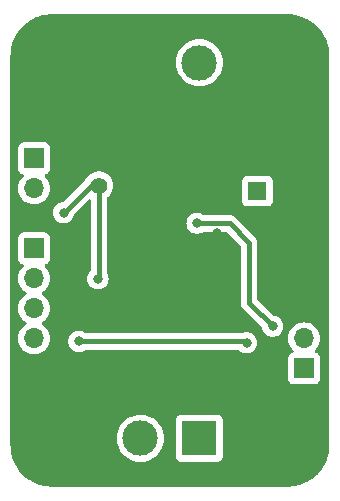
<source format=gbr>
%TF.GenerationSoftware,KiCad,Pcbnew,(7.0.0)*%
%TF.CreationDate,2023-05-21T11:30:13-07:00*%
%TF.ProjectId,DRV8874-breakout-board,44525638-3837-4342-9d62-7265616b6f75,rev?*%
%TF.SameCoordinates,Original*%
%TF.FileFunction,Copper,L2,Bot*%
%TF.FilePolarity,Positive*%
%FSLAX46Y46*%
G04 Gerber Fmt 4.6, Leading zero omitted, Abs format (unit mm)*
G04 Created by KiCad (PCBNEW (7.0.0)) date 2023-05-21 11:30:13*
%MOMM*%
%LPD*%
G01*
G04 APERTURE LIST*
%TA.AperFunction,ComponentPad*%
%ADD10R,1.700000X1.700000*%
%TD*%
%TA.AperFunction,ComponentPad*%
%ADD11O,1.700000X1.700000*%
%TD*%
%TA.AperFunction,ComponentPad*%
%ADD12C,0.500000*%
%TD*%
%TA.AperFunction,SMDPad,CuDef*%
%ADD13R,2.000000X3.500000*%
%TD*%
%TA.AperFunction,ComponentPad*%
%ADD14C,5.600000*%
%TD*%
%TA.AperFunction,ComponentPad*%
%ADD15R,3.000000X3.000000*%
%TD*%
%TA.AperFunction,ComponentPad*%
%ADD16C,3.000000*%
%TD*%
%TA.AperFunction,ComponentPad*%
%ADD17R,1.600000X1.600000*%
%TD*%
%TA.AperFunction,ComponentPad*%
%ADD18C,1.600000*%
%TD*%
%TA.AperFunction,ComponentPad*%
%ADD19C,1.400000*%
%TD*%
%TA.AperFunction,ComponentPad*%
%ADD20O,1.400000X1.400000*%
%TD*%
%TA.AperFunction,ViaPad*%
%ADD21C,0.800000*%
%TD*%
%TA.AperFunction,Conductor*%
%ADD22C,0.400000*%
%TD*%
G04 APERTURE END LIST*
D10*
%TO.P,J105,1,Pin_1*%
%TO.N,+3V3*%
X141959999Y-105679999D03*
D11*
%TO.P,J105,2,Pin_2*%
%TO.N,PMODE*%
X141959999Y-103139999D03*
%TO.P,J105,3,Pin_3*%
%TO.N,GND*%
X141959999Y-100599999D03*
%TD*%
D12*
%TO.P,U101,17,Pad*%
%TO.N,GND*%
X129200000Y-95300000D03*
X129200000Y-96800000D03*
X129200000Y-98300000D03*
D13*
X129949999Y-96799999D03*
D12*
X130700000Y-95300000D03*
X130700000Y-96800000D03*
X130700000Y-98300000D03*
%TD*%
D10*
%TO.P,J104,1,Pin_1*%
%TO.N,IPROPI*%
X119099999Y-95519999D03*
D11*
%TO.P,J104,2,Pin_2*%
%TO.N,nSLEEP*%
X119099999Y-98059999D03*
%TO.P,J104,3,Pin_3*%
%TO.N,nFAULT*%
X119099999Y-100599999D03*
%TO.P,J104,4,Pin_4*%
%TO.N,+3V3*%
X119099999Y-103139999D03*
%TO.P,J104,5,Pin_5*%
%TO.N,GND*%
X119099999Y-105679999D03*
%TD*%
D14*
%TO.P,H104,1,1*%
%TO.N,GND*%
X140600000Y-112200000D03*
%TD*%
D15*
%TO.P,J103,1,Pin_1*%
%TO.N,GND*%
X128099999Y-79799999D03*
D16*
%TO.P,J103,2,Pin_2*%
%TO.N,VMOTORS*%
X133100000Y-79800000D03*
%TD*%
D17*
%TO.P,C104,1*%
%TO.N,VMOTORS*%
X137999999Y-90655112D03*
D18*
%TO.P,C104,2*%
%TO.N,GND*%
X138000000Y-88655113D03*
%TD*%
D19*
%TO.P,R103,1*%
%TO.N,IPROPI*%
X124600000Y-90200000D03*
D20*
%TO.P,R103,2*%
%TO.N,GND*%
X129679999Y-90199999D03*
%TD*%
D14*
%TO.P,H103,1,1*%
%TO.N,GND*%
X120600000Y-112200000D03*
%TD*%
D10*
%TO.P,J102,1,Pin_1*%
%TO.N,IN1*%
X119099999Y-87899999D03*
D11*
%TO.P,J102,2,Pin_2*%
%TO.N,IN2*%
X119099999Y-90439999D03*
%TD*%
D14*
%TO.P,H102,1,1*%
%TO.N,GND*%
X140600000Y-79200000D03*
%TD*%
D15*
%TO.P,J101,1,Pin_1*%
%TO.N,OUT2*%
X133099999Y-111599999D03*
D16*
%TO.P,J101,2,Pin_2*%
%TO.N,OUT1*%
X128100000Y-111600000D03*
%TD*%
D14*
%TO.P,H101,1,1*%
%TO.N,GND*%
X120600000Y-79200000D03*
%TD*%
D21*
%TO.N,GND*%
X129050000Y-101800000D03*
X122500000Y-93800000D03*
X135100000Y-84700000D03*
X126800000Y-92000000D03*
X132800000Y-100600000D03*
X134600000Y-94199500D03*
X124400000Y-104700000D03*
X132600000Y-90100000D03*
X121100000Y-84300000D03*
X120500000Y-99300000D03*
X123400000Y-88700000D03*
X137500000Y-107600000D03*
X136300000Y-101320000D03*
X118900000Y-92900000D03*
X140000000Y-84300000D03*
X127300000Y-84700000D03*
X130600000Y-106300000D03*
X139900000Y-104320000D03*
X125500000Y-100720000D03*
X140100000Y-93700000D03*
%TO.N,+3V3*%
X137100000Y-103520000D03*
X122900000Y-103400000D03*
%TO.N,PMODE*%
X139300000Y-102120000D03*
X132900000Y-93400000D03*
%TO.N,IPROPI*%
X121600000Y-92500000D03*
X124500000Y-98100000D03*
%TD*%
D22*
%TO.N,+3V3*%
X136980000Y-103400000D02*
X137100000Y-103520000D01*
X119100000Y-103140000D02*
X119100000Y-102900000D01*
X122900000Y-103400000D02*
X136980000Y-103400000D01*
%TO.N,PMODE*%
X137300000Y-95050000D02*
X135650000Y-93400000D01*
X135650000Y-93400000D02*
X132900000Y-93400000D01*
X139300000Y-102120000D02*
X137300000Y-100120000D01*
X137300000Y-100120000D02*
X137300000Y-95050000D01*
%TO.N,IPROPI*%
X124600000Y-90200000D02*
X124600000Y-98000000D01*
X124600000Y-98000000D02*
X124500000Y-98100000D01*
X119100000Y-95520000D02*
X119100000Y-94900000D01*
X121600000Y-92500000D02*
X123900000Y-90200000D01*
X123900000Y-90200000D02*
X124600000Y-90200000D01*
%TD*%
%TA.AperFunction,Conductor*%
%TO.N,GND*%
G36*
X140603032Y-75700649D02*
G01*
X140607384Y-75700862D01*
X140752450Y-75707989D01*
X140943670Y-75718010D01*
X140955324Y-75719177D01*
X141121254Y-75743791D01*
X141122225Y-75743940D01*
X141294897Y-75771289D01*
X141305570Y-75773465D01*
X141471374Y-75814997D01*
X141473014Y-75815422D01*
X141638880Y-75859866D01*
X141648544Y-75862884D01*
X141736363Y-75894307D01*
X141810526Y-75920843D01*
X141813188Y-75921830D01*
X141846726Y-75934704D01*
X141972097Y-75982829D01*
X141980623Y-75986475D01*
X142136869Y-76060374D01*
X142140055Y-76061939D01*
X142282487Y-76134511D01*
X142291094Y-76138897D01*
X142298547Y-76143023D01*
X142331730Y-76162912D01*
X142447075Y-76232047D01*
X142450824Y-76234387D01*
X142592670Y-76326503D01*
X142598977Y-76330884D01*
X142738210Y-76434147D01*
X142742365Y-76437367D01*
X142873635Y-76543667D01*
X142878872Y-76548155D01*
X143007389Y-76664636D01*
X143011797Y-76668833D01*
X143131165Y-76788201D01*
X143135362Y-76792609D01*
X143251843Y-76921126D01*
X143256331Y-76926363D01*
X143362620Y-77057619D01*
X143365851Y-77061788D01*
X143469114Y-77201021D01*
X143473512Y-77207353D01*
X143565599Y-77349155D01*
X143567963Y-77352942D01*
X143656975Y-77501451D01*
X143661101Y-77508904D01*
X143738037Y-77659898D01*
X143739647Y-77663176D01*
X143811807Y-77815746D01*
X143813510Y-77819345D01*
X143817179Y-77827925D01*
X143878168Y-77986810D01*
X143879155Y-77989472D01*
X143937111Y-78151447D01*
X143940135Y-78161128D01*
X143984535Y-78326827D01*
X143985044Y-78328792D01*
X144026526Y-78494398D01*
X144028715Y-78505130D01*
X144056041Y-78677665D01*
X144056226Y-78678867D01*
X144080818Y-78844649D01*
X144081990Y-78856355D01*
X144091989Y-79047157D01*
X144091886Y-79047162D01*
X144092011Y-79047561D01*
X144099351Y-79196967D01*
X144099500Y-79203052D01*
X144099500Y-112196948D01*
X144099351Y-112203033D01*
X144092014Y-112352369D01*
X144091993Y-112352774D01*
X144081990Y-112543644D01*
X144080818Y-112555349D01*
X144056226Y-112721131D01*
X144056041Y-112722333D01*
X144028715Y-112894868D01*
X144026526Y-112905600D01*
X143985044Y-113071206D01*
X143984535Y-113073171D01*
X143940135Y-113238870D01*
X143937111Y-113248551D01*
X143879155Y-113410526D01*
X143878168Y-113413188D01*
X143817179Y-113572073D01*
X143813510Y-113580653D01*
X143739647Y-113736822D01*
X143738037Y-113740100D01*
X143661101Y-113891094D01*
X143656975Y-113898547D01*
X143567963Y-114047056D01*
X143565599Y-114050843D01*
X143473512Y-114192645D01*
X143469114Y-114198977D01*
X143365851Y-114338210D01*
X143362620Y-114342379D01*
X143256331Y-114473635D01*
X143251843Y-114478872D01*
X143135362Y-114607389D01*
X143131165Y-114611797D01*
X143011797Y-114731165D01*
X143007389Y-114735362D01*
X142878872Y-114851843D01*
X142873635Y-114856331D01*
X142742379Y-114962620D01*
X142738210Y-114965851D01*
X142598977Y-115069114D01*
X142592645Y-115073512D01*
X142450843Y-115165599D01*
X142447056Y-115167963D01*
X142298547Y-115256975D01*
X142291094Y-115261101D01*
X142140100Y-115338037D01*
X142136822Y-115339647D01*
X141980653Y-115413510D01*
X141972073Y-115417179D01*
X141813188Y-115478168D01*
X141810526Y-115479155D01*
X141648551Y-115537111D01*
X141638870Y-115540135D01*
X141473171Y-115584535D01*
X141471206Y-115585044D01*
X141305600Y-115626526D01*
X141294868Y-115628715D01*
X141122333Y-115656041D01*
X141121131Y-115656226D01*
X140955349Y-115680818D01*
X140943644Y-115681990D01*
X140752774Y-115691993D01*
X140752369Y-115692014D01*
X140603033Y-115699351D01*
X140596948Y-115699500D01*
X120603052Y-115699500D01*
X120596967Y-115699351D01*
X120447629Y-115692014D01*
X120447224Y-115691993D01*
X120256354Y-115681990D01*
X120244649Y-115680818D01*
X120078867Y-115656226D01*
X120077665Y-115656041D01*
X119905130Y-115628715D01*
X119894398Y-115626526D01*
X119728792Y-115585044D01*
X119726827Y-115584535D01*
X119561128Y-115540135D01*
X119551447Y-115537111D01*
X119389472Y-115479155D01*
X119386810Y-115478168D01*
X119227925Y-115417179D01*
X119219351Y-115413512D01*
X119063176Y-115339647D01*
X119059898Y-115338037D01*
X118908904Y-115261101D01*
X118901451Y-115256975D01*
X118752942Y-115167963D01*
X118749155Y-115165599D01*
X118701996Y-115134973D01*
X118607343Y-115073505D01*
X118601021Y-115069114D01*
X118461788Y-114965851D01*
X118457619Y-114962620D01*
X118326363Y-114856331D01*
X118321126Y-114851843D01*
X118192609Y-114735362D01*
X118188201Y-114731165D01*
X118068833Y-114611797D01*
X118064636Y-114607389D01*
X117948155Y-114478872D01*
X117943667Y-114473635D01*
X117837378Y-114342379D01*
X117834147Y-114338210D01*
X117730884Y-114198977D01*
X117726503Y-114192670D01*
X117634387Y-114050824D01*
X117632035Y-114047056D01*
X117543023Y-113898547D01*
X117538897Y-113891094D01*
X117534511Y-113882487D01*
X117461939Y-113740055D01*
X117460374Y-113736869D01*
X117386475Y-113580623D01*
X117382829Y-113572097D01*
X117321830Y-113413188D01*
X117320843Y-113410526D01*
X117262887Y-113248551D01*
X117259863Y-113238870D01*
X117253401Y-113214753D01*
X117215422Y-113073014D01*
X117214997Y-113071374D01*
X117173465Y-112905570D01*
X117171289Y-112894897D01*
X117143940Y-112722225D01*
X117143791Y-112721254D01*
X117119177Y-112555324D01*
X117118010Y-112543670D01*
X117107985Y-112352369D01*
X117100647Y-112202994D01*
X117100499Y-112196988D01*
X117100473Y-111600000D01*
X126094390Y-111600000D01*
X126094706Y-111604418D01*
X126114487Y-111881005D01*
X126114488Y-111881014D01*
X126114804Y-111885428D01*
X126115744Y-111889753D01*
X126115746Y-111889761D01*
X126169111Y-112135075D01*
X126175631Y-112165046D01*
X126177175Y-112169185D01*
X126177176Y-112169189D01*
X126252809Y-112371969D01*
X126275633Y-112433161D01*
X126277753Y-112437043D01*
X126277756Y-112437050D01*
X126342353Y-112555349D01*
X126412774Y-112684315D01*
X126584261Y-112913395D01*
X126786605Y-113115739D01*
X127015685Y-113287226D01*
X127266839Y-113424367D01*
X127534954Y-113524369D01*
X127814572Y-113585196D01*
X128100000Y-113605610D01*
X128385428Y-113585196D01*
X128665046Y-113524369D01*
X128933161Y-113424367D01*
X129184315Y-113287226D01*
X129374871Y-113144578D01*
X131099500Y-113144578D01*
X131099501Y-113147872D01*
X131099853Y-113151150D01*
X131099854Y-113151161D01*
X131105079Y-113199768D01*
X131105080Y-113199773D01*
X131105909Y-113207483D01*
X131108619Y-113214749D01*
X131108620Y-113214753D01*
X131121226Y-113248551D01*
X131156204Y-113342331D01*
X131161518Y-113349430D01*
X131161519Y-113349431D01*
X131209247Y-113413188D01*
X131242454Y-113457546D01*
X131357669Y-113543796D01*
X131492517Y-113594091D01*
X131552127Y-113600500D01*
X134647872Y-113600499D01*
X134707483Y-113594091D01*
X134842331Y-113543796D01*
X134957546Y-113457546D01*
X135043796Y-113342331D01*
X135094091Y-113207483D01*
X135100500Y-113147873D01*
X135100499Y-110052128D01*
X135094091Y-109992517D01*
X135043796Y-109857669D01*
X134957546Y-109742454D01*
X134842331Y-109656204D01*
X134771965Y-109629959D01*
X134714752Y-109608620D01*
X134714750Y-109608619D01*
X134707483Y-109605909D01*
X134699770Y-109605079D01*
X134699767Y-109605079D01*
X134651180Y-109599855D01*
X134651169Y-109599854D01*
X134647873Y-109599500D01*
X134644550Y-109599500D01*
X131555439Y-109599500D01*
X131555420Y-109599500D01*
X131552128Y-109599501D01*
X131548850Y-109599853D01*
X131548838Y-109599854D01*
X131500231Y-109605079D01*
X131500225Y-109605080D01*
X131492517Y-109605909D01*
X131485252Y-109608618D01*
X131485246Y-109608620D01*
X131365980Y-109653104D01*
X131365978Y-109653104D01*
X131357669Y-109656204D01*
X131350572Y-109661516D01*
X131350568Y-109661519D01*
X131249550Y-109737141D01*
X131249546Y-109737144D01*
X131242454Y-109742454D01*
X131237144Y-109749546D01*
X131237141Y-109749550D01*
X131161519Y-109850568D01*
X131161516Y-109850572D01*
X131156204Y-109857669D01*
X131153104Y-109865978D01*
X131153104Y-109865980D01*
X131108620Y-109985247D01*
X131108619Y-109985250D01*
X131105909Y-109992517D01*
X131105079Y-110000227D01*
X131105079Y-110000232D01*
X131099855Y-110048819D01*
X131099854Y-110048831D01*
X131099500Y-110052127D01*
X131099500Y-110055448D01*
X131099500Y-110055449D01*
X131099500Y-113144560D01*
X131099500Y-113144578D01*
X129374871Y-113144578D01*
X129413395Y-113115739D01*
X129615739Y-112913395D01*
X129787226Y-112684315D01*
X129924367Y-112433161D01*
X130024369Y-112165046D01*
X130085196Y-111885428D01*
X130105610Y-111600000D01*
X130085196Y-111314572D01*
X130024369Y-111034954D01*
X129924367Y-110766839D01*
X129787226Y-110515685D01*
X129615739Y-110286605D01*
X129413395Y-110084261D01*
X129184315Y-109912774D01*
X129098619Y-109865980D01*
X128937050Y-109777756D01*
X128937043Y-109777753D01*
X128933161Y-109775633D01*
X128929017Y-109774087D01*
X128929012Y-109774085D01*
X128669189Y-109677176D01*
X128669185Y-109677175D01*
X128665046Y-109675631D01*
X128600174Y-109661519D01*
X128389761Y-109615746D01*
X128389753Y-109615744D01*
X128385428Y-109614804D01*
X128381014Y-109614488D01*
X128381005Y-109614487D01*
X128104418Y-109594706D01*
X128100000Y-109594390D01*
X128095582Y-109594706D01*
X127818994Y-109614487D01*
X127818983Y-109614488D01*
X127814572Y-109614804D01*
X127810248Y-109615744D01*
X127810238Y-109615746D01*
X127539279Y-109674690D01*
X127539276Y-109674690D01*
X127534954Y-109675631D01*
X127530818Y-109677173D01*
X127530810Y-109677176D01*
X127270987Y-109774085D01*
X127270976Y-109774089D01*
X127266839Y-109775633D01*
X127262961Y-109777750D01*
X127262949Y-109777756D01*
X127019579Y-109910647D01*
X127019571Y-109910651D01*
X127015685Y-109912774D01*
X127012135Y-109915431D01*
X127012131Y-109915434D01*
X126790156Y-110081602D01*
X126790149Y-110081607D01*
X126786605Y-110084261D01*
X126783474Y-110087391D01*
X126783467Y-110087398D01*
X126587398Y-110283467D01*
X126587391Y-110283474D01*
X126584261Y-110286605D01*
X126581607Y-110290149D01*
X126581602Y-110290156D01*
X126415434Y-110512131D01*
X126412774Y-110515685D01*
X126410651Y-110519571D01*
X126410647Y-110519579D01*
X126277756Y-110762949D01*
X126277750Y-110762961D01*
X126275633Y-110766839D01*
X126274089Y-110770976D01*
X126274085Y-110770987D01*
X126177176Y-111030810D01*
X126177173Y-111030818D01*
X126175631Y-111034954D01*
X126174690Y-111039276D01*
X126174690Y-111039279D01*
X126115746Y-111310238D01*
X126115744Y-111310248D01*
X126114804Y-111314572D01*
X126114488Y-111318983D01*
X126114487Y-111318994D01*
X126095272Y-111587654D01*
X126094390Y-111600000D01*
X117100473Y-111600000D01*
X117100108Y-103140000D01*
X117744341Y-103140000D01*
X117764937Y-103375408D01*
X117766336Y-103380630D01*
X117766337Y-103380634D01*
X117824694Y-103598430D01*
X117824697Y-103598438D01*
X117826097Y-103603663D01*
X117828385Y-103608570D01*
X117828386Y-103608572D01*
X117923678Y-103812927D01*
X117923681Y-103812933D01*
X117925965Y-103817830D01*
X117929064Y-103822257D01*
X117929066Y-103822259D01*
X118058399Y-104006966D01*
X118058402Y-104006970D01*
X118061505Y-104011401D01*
X118228599Y-104178495D01*
X118233031Y-104181598D01*
X118233033Y-104181600D01*
X118239420Y-104186072D01*
X118422170Y-104314035D01*
X118636337Y-104413903D01*
X118641567Y-104415304D01*
X118641569Y-104415305D01*
X118683619Y-104426572D01*
X118864592Y-104475063D01*
X119100000Y-104495659D01*
X119335408Y-104475063D01*
X119563663Y-104413903D01*
X119777830Y-104314035D01*
X119971401Y-104178495D01*
X120138495Y-104011401D01*
X120274035Y-103817830D01*
X120373903Y-103603663D01*
X120428474Y-103400000D01*
X121994540Y-103400000D01*
X121995219Y-103406460D01*
X122013646Y-103581795D01*
X122013647Y-103581803D01*
X122014326Y-103588256D01*
X122016331Y-103594428D01*
X122016333Y-103594435D01*
X122055324Y-103714435D01*
X122072821Y-103768284D01*
X122076068Y-103773908D01*
X122076069Y-103773910D01*
X122098595Y-103812927D01*
X122167467Y-103932216D01*
X122294129Y-104072888D01*
X122447270Y-104184151D01*
X122620197Y-104261144D01*
X122805354Y-104300500D01*
X122988143Y-104300500D01*
X122994646Y-104300500D01*
X123179803Y-104261144D01*
X123352730Y-104184151D01*
X123435273Y-104124179D01*
X123469837Y-104106569D01*
X123508155Y-104100500D01*
X136355734Y-104100500D01*
X136406169Y-104111220D01*
X136447883Y-104141527D01*
X136494129Y-104192888D01*
X136647270Y-104304151D01*
X136820197Y-104381144D01*
X137005354Y-104420500D01*
X137188143Y-104420500D01*
X137194646Y-104420500D01*
X137379803Y-104381144D01*
X137552730Y-104304151D01*
X137705871Y-104192888D01*
X137832533Y-104052216D01*
X137927179Y-103888284D01*
X137985674Y-103708256D01*
X138005460Y-103520000D01*
X137985674Y-103331744D01*
X137927179Y-103151716D01*
X137920415Y-103140000D01*
X140604341Y-103140000D01*
X140624937Y-103375408D01*
X140626336Y-103380630D01*
X140626337Y-103380634D01*
X140684694Y-103598430D01*
X140684697Y-103598438D01*
X140686097Y-103603663D01*
X140688385Y-103608570D01*
X140688386Y-103608572D01*
X140783678Y-103812927D01*
X140783681Y-103812933D01*
X140785965Y-103817830D01*
X140789064Y-103822257D01*
X140789066Y-103822259D01*
X140918399Y-104006966D01*
X140918402Y-104006970D01*
X140921505Y-104011401D01*
X140925336Y-104015232D01*
X141043430Y-104133326D01*
X141074726Y-104186072D01*
X141076915Y-104247365D01*
X141049462Y-104302210D01*
X140999083Y-104337189D01*
X140888330Y-104378498D01*
X140867669Y-104386204D01*
X140860572Y-104391516D01*
X140860568Y-104391519D01*
X140759550Y-104467141D01*
X140759546Y-104467144D01*
X140752454Y-104472454D01*
X140747144Y-104479546D01*
X140747141Y-104479550D01*
X140671519Y-104580568D01*
X140671516Y-104580572D01*
X140666204Y-104587669D01*
X140663104Y-104595978D01*
X140663104Y-104595980D01*
X140618620Y-104715247D01*
X140618619Y-104715250D01*
X140615909Y-104722517D01*
X140615079Y-104730227D01*
X140615079Y-104730232D01*
X140609855Y-104778819D01*
X140609854Y-104778831D01*
X140609500Y-104782127D01*
X140609500Y-104785448D01*
X140609500Y-104785449D01*
X140609500Y-106574560D01*
X140609500Y-106574578D01*
X140609501Y-106577872D01*
X140609853Y-106581150D01*
X140609854Y-106581161D01*
X140615079Y-106629768D01*
X140615080Y-106629773D01*
X140615909Y-106637483D01*
X140618619Y-106644749D01*
X140618620Y-106644753D01*
X140652217Y-106734831D01*
X140666204Y-106772331D01*
X140752454Y-106887546D01*
X140867669Y-106973796D01*
X141002517Y-107024091D01*
X141062127Y-107030500D01*
X142857872Y-107030499D01*
X142917483Y-107024091D01*
X143052331Y-106973796D01*
X143167546Y-106887546D01*
X143253796Y-106772331D01*
X143304091Y-106637483D01*
X143310500Y-106577873D01*
X143310499Y-104782128D01*
X143304091Y-104722517D01*
X143253796Y-104587669D01*
X143167546Y-104472454D01*
X143098144Y-104420500D01*
X143059431Y-104391519D01*
X143059430Y-104391518D01*
X143052331Y-104386204D01*
X142982359Y-104360106D01*
X142920916Y-104337189D01*
X142870537Y-104302210D01*
X142843084Y-104247365D01*
X142845273Y-104186072D01*
X142876566Y-104133329D01*
X142998495Y-104011401D01*
X143134035Y-103817830D01*
X143233903Y-103603663D01*
X143295063Y-103375408D01*
X143315659Y-103140000D01*
X143295063Y-102904592D01*
X143233903Y-102676337D01*
X143134035Y-102462171D01*
X142998495Y-102268599D01*
X142831401Y-102101505D01*
X142826970Y-102098402D01*
X142826966Y-102098399D01*
X142642259Y-101969066D01*
X142642257Y-101969064D01*
X142637830Y-101965965D01*
X142632933Y-101963681D01*
X142632927Y-101963678D01*
X142428572Y-101868386D01*
X142428570Y-101868385D01*
X142423663Y-101866097D01*
X142418438Y-101864697D01*
X142418430Y-101864694D01*
X142200634Y-101806337D01*
X142200630Y-101806336D01*
X142195408Y-101804937D01*
X142190020Y-101804465D01*
X142190017Y-101804465D01*
X141965395Y-101784813D01*
X141960000Y-101784341D01*
X141954605Y-101784813D01*
X141729982Y-101804465D01*
X141729977Y-101804465D01*
X141724592Y-101804937D01*
X141719371Y-101806335D01*
X141719365Y-101806337D01*
X141501569Y-101864694D01*
X141501557Y-101864698D01*
X141496337Y-101866097D01*
X141491432Y-101868383D01*
X141491427Y-101868386D01*
X141287081Y-101963675D01*
X141287077Y-101963677D01*
X141282171Y-101965965D01*
X141277738Y-101969068D01*
X141277731Y-101969073D01*
X141093034Y-102098399D01*
X141093029Y-102098402D01*
X141088599Y-102101505D01*
X141084775Y-102105328D01*
X141084769Y-102105334D01*
X140925334Y-102264769D01*
X140925328Y-102264775D01*
X140921505Y-102268599D01*
X140918402Y-102273029D01*
X140918399Y-102273034D01*
X140789073Y-102457731D01*
X140789068Y-102457738D01*
X140785965Y-102462171D01*
X140783677Y-102467077D01*
X140783675Y-102467081D01*
X140688386Y-102671427D01*
X140688383Y-102671432D01*
X140686097Y-102676337D01*
X140684698Y-102681557D01*
X140684694Y-102681569D01*
X140626337Y-102899365D01*
X140626335Y-102899371D01*
X140624937Y-102904592D01*
X140624465Y-102909977D01*
X140624465Y-102909982D01*
X140614796Y-103020500D01*
X140604341Y-103140000D01*
X137920415Y-103140000D01*
X137832533Y-102987784D01*
X137705871Y-102847112D01*
X137700613Y-102843292D01*
X137700611Y-102843290D01*
X137557988Y-102739669D01*
X137557987Y-102739668D01*
X137552730Y-102735849D01*
X137533107Y-102727112D01*
X137385745Y-102661501D01*
X137385740Y-102661499D01*
X137379803Y-102658856D01*
X137373444Y-102657504D01*
X137373440Y-102657503D01*
X137201008Y-102620852D01*
X137201005Y-102620851D01*
X137194646Y-102619500D01*
X137005354Y-102619500D01*
X136998995Y-102620851D01*
X136998991Y-102620852D01*
X136826559Y-102657503D01*
X136826552Y-102657505D01*
X136820197Y-102658856D01*
X136814262Y-102661498D01*
X136814254Y-102661501D01*
X136752990Y-102688779D01*
X136702554Y-102699500D01*
X123508155Y-102699500D01*
X123469837Y-102693431D01*
X123435273Y-102675820D01*
X123352730Y-102615849D01*
X123346792Y-102613205D01*
X123185745Y-102541501D01*
X123185740Y-102541499D01*
X123179803Y-102538856D01*
X123173444Y-102537504D01*
X123173440Y-102537503D01*
X123001008Y-102500852D01*
X123001005Y-102500851D01*
X122994646Y-102499500D01*
X122805354Y-102499500D01*
X122798995Y-102500851D01*
X122798991Y-102500852D01*
X122626559Y-102537503D01*
X122626552Y-102537505D01*
X122620197Y-102538856D01*
X122614262Y-102541498D01*
X122614254Y-102541501D01*
X122453207Y-102613205D01*
X122453202Y-102613207D01*
X122447270Y-102615849D01*
X122442016Y-102619665D01*
X122442011Y-102619669D01*
X122299388Y-102723290D01*
X122299381Y-102723295D01*
X122294129Y-102727112D01*
X122289784Y-102731937D01*
X122289779Y-102731942D01*
X122171813Y-102862956D01*
X122171808Y-102862962D01*
X122167467Y-102867784D01*
X122164222Y-102873404D01*
X122164218Y-102873410D01*
X122076069Y-103026089D01*
X122076066Y-103026094D01*
X122072821Y-103031716D01*
X122070815Y-103037888D01*
X122070813Y-103037894D01*
X122016333Y-103205564D01*
X122016331Y-103205573D01*
X122014326Y-103211744D01*
X122013648Y-103218194D01*
X122013646Y-103218204D01*
X122001035Y-103338204D01*
X121994540Y-103400000D01*
X120428474Y-103400000D01*
X120435063Y-103375408D01*
X120455659Y-103140000D01*
X120435063Y-102904592D01*
X120373903Y-102676337D01*
X120274035Y-102462171D01*
X120138495Y-102268599D01*
X119971401Y-102101505D01*
X119966968Y-102098401D01*
X119966961Y-102098395D01*
X119785842Y-101971575D01*
X119746976Y-101927257D01*
X119732965Y-101870000D01*
X119746976Y-101812743D01*
X119785842Y-101768425D01*
X119966961Y-101641604D01*
X119966961Y-101641603D01*
X119971401Y-101638495D01*
X120138495Y-101471401D01*
X120274035Y-101277830D01*
X120373903Y-101063663D01*
X120435063Y-100835408D01*
X120455659Y-100600000D01*
X120435063Y-100364592D01*
X120373903Y-100136337D01*
X120274035Y-99922171D01*
X120138495Y-99728599D01*
X119971401Y-99561505D01*
X119966968Y-99558401D01*
X119966961Y-99558395D01*
X119785842Y-99431575D01*
X119746976Y-99387257D01*
X119732965Y-99330000D01*
X119746976Y-99272743D01*
X119785842Y-99228425D01*
X119966961Y-99101604D01*
X119966961Y-99101603D01*
X119971401Y-99098495D01*
X120138495Y-98931401D01*
X120274035Y-98737830D01*
X120373903Y-98523663D01*
X120435063Y-98295408D01*
X120455659Y-98060000D01*
X120435063Y-97824592D01*
X120373903Y-97596337D01*
X120274035Y-97382171D01*
X120138495Y-97188599D01*
X120016569Y-97066673D01*
X119985273Y-97013927D01*
X119983084Y-96952634D01*
X120010537Y-96897789D01*
X120060916Y-96862810D01*
X120192331Y-96813796D01*
X120307546Y-96727546D01*
X120393796Y-96612331D01*
X120444091Y-96477483D01*
X120450500Y-96417873D01*
X120450499Y-94622128D01*
X120444091Y-94562517D01*
X120393796Y-94427669D01*
X120307546Y-94312454D01*
X120192331Y-94226204D01*
X120079581Y-94184151D01*
X120064752Y-94178620D01*
X120064750Y-94178619D01*
X120057483Y-94175909D01*
X120049770Y-94175079D01*
X120049767Y-94175079D01*
X120001180Y-94169855D01*
X120001169Y-94169854D01*
X119997873Y-94169500D01*
X119994550Y-94169500D01*
X118205439Y-94169500D01*
X118205420Y-94169500D01*
X118202128Y-94169501D01*
X118198850Y-94169853D01*
X118198838Y-94169854D01*
X118150231Y-94175079D01*
X118150225Y-94175080D01*
X118142517Y-94175909D01*
X118135252Y-94178618D01*
X118135246Y-94178620D01*
X118015980Y-94223104D01*
X118015978Y-94223104D01*
X118007669Y-94226204D01*
X118000572Y-94231516D01*
X118000568Y-94231519D01*
X117899550Y-94307141D01*
X117899546Y-94307144D01*
X117892454Y-94312454D01*
X117887144Y-94319546D01*
X117887141Y-94319550D01*
X117811519Y-94420568D01*
X117811516Y-94420572D01*
X117806204Y-94427669D01*
X117803104Y-94435978D01*
X117803104Y-94435980D01*
X117758620Y-94555247D01*
X117758619Y-94555250D01*
X117755909Y-94562517D01*
X117755079Y-94570227D01*
X117755079Y-94570232D01*
X117749855Y-94618819D01*
X117749854Y-94618831D01*
X117749500Y-94622127D01*
X117749500Y-94625448D01*
X117749500Y-94625449D01*
X117749500Y-96414560D01*
X117749500Y-96414578D01*
X117749501Y-96417872D01*
X117749853Y-96421150D01*
X117749854Y-96421161D01*
X117755079Y-96469768D01*
X117755080Y-96469773D01*
X117755909Y-96477483D01*
X117758619Y-96484749D01*
X117758620Y-96484753D01*
X117792217Y-96574831D01*
X117806204Y-96612331D01*
X117892454Y-96727546D01*
X118007669Y-96813796D01*
X118117405Y-96854725D01*
X118139082Y-96862810D01*
X118189462Y-96897789D01*
X118216915Y-96952633D01*
X118214726Y-97013926D01*
X118183430Y-97066673D01*
X118061505Y-97188599D01*
X118058402Y-97193029D01*
X118058399Y-97193034D01*
X117929073Y-97377731D01*
X117929068Y-97377738D01*
X117925965Y-97382171D01*
X117923677Y-97387077D01*
X117923675Y-97387081D01*
X117828386Y-97591427D01*
X117828383Y-97591432D01*
X117826097Y-97596337D01*
X117824698Y-97601557D01*
X117824694Y-97601569D01*
X117766337Y-97819365D01*
X117766335Y-97819371D01*
X117764937Y-97824592D01*
X117764465Y-97829977D01*
X117764465Y-97829982D01*
X117757312Y-97911744D01*
X117744341Y-98060000D01*
X117764937Y-98295408D01*
X117766336Y-98300630D01*
X117766337Y-98300634D01*
X117824694Y-98518430D01*
X117824697Y-98518438D01*
X117826097Y-98523663D01*
X117828385Y-98528570D01*
X117828386Y-98528572D01*
X117923678Y-98732927D01*
X117923681Y-98732933D01*
X117925965Y-98737830D01*
X117929064Y-98742257D01*
X117929066Y-98742259D01*
X118058399Y-98926966D01*
X118058402Y-98926970D01*
X118061505Y-98931401D01*
X118228599Y-99098495D01*
X118233032Y-99101599D01*
X118233038Y-99101604D01*
X118414158Y-99228425D01*
X118453024Y-99272743D01*
X118467035Y-99330000D01*
X118453024Y-99387257D01*
X118414159Y-99431575D01*
X118233041Y-99558395D01*
X118228599Y-99561505D01*
X118224775Y-99565328D01*
X118224769Y-99565334D01*
X118065334Y-99724769D01*
X118065328Y-99724775D01*
X118061505Y-99728599D01*
X118058402Y-99733029D01*
X118058399Y-99733034D01*
X117929073Y-99917731D01*
X117929068Y-99917738D01*
X117925965Y-99922171D01*
X117923677Y-99927077D01*
X117923675Y-99927081D01*
X117828386Y-100131427D01*
X117828383Y-100131432D01*
X117826097Y-100136337D01*
X117824698Y-100141557D01*
X117824694Y-100141569D01*
X117766337Y-100359365D01*
X117766335Y-100359371D01*
X117764937Y-100364592D01*
X117764465Y-100369977D01*
X117764465Y-100369982D01*
X117757105Y-100454107D01*
X117744341Y-100600000D01*
X117764937Y-100835408D01*
X117766336Y-100840630D01*
X117766337Y-100840634D01*
X117824694Y-101058430D01*
X117824697Y-101058438D01*
X117826097Y-101063663D01*
X117828385Y-101068570D01*
X117828386Y-101068572D01*
X117923678Y-101272927D01*
X117923681Y-101272933D01*
X117925965Y-101277830D01*
X117929064Y-101282257D01*
X117929066Y-101282259D01*
X118058399Y-101466966D01*
X118058402Y-101466970D01*
X118061505Y-101471401D01*
X118228599Y-101638495D01*
X118233032Y-101641599D01*
X118233038Y-101641604D01*
X118414158Y-101768425D01*
X118453024Y-101812743D01*
X118467035Y-101870000D01*
X118453024Y-101927257D01*
X118414159Y-101971575D01*
X118233041Y-102098395D01*
X118228599Y-102101505D01*
X118224775Y-102105328D01*
X118224769Y-102105334D01*
X118065334Y-102264769D01*
X118065328Y-102264775D01*
X118061505Y-102268599D01*
X118058402Y-102273029D01*
X118058399Y-102273034D01*
X117929073Y-102457731D01*
X117929068Y-102457738D01*
X117925965Y-102462171D01*
X117923677Y-102467077D01*
X117923675Y-102467081D01*
X117828386Y-102671427D01*
X117828383Y-102671432D01*
X117826097Y-102676337D01*
X117824698Y-102681557D01*
X117824694Y-102681569D01*
X117766337Y-102899365D01*
X117766335Y-102899371D01*
X117764937Y-102904592D01*
X117764465Y-102909977D01*
X117764465Y-102909982D01*
X117754796Y-103020500D01*
X117744341Y-103140000D01*
X117100108Y-103140000D01*
X117100000Y-100645053D01*
X117100000Y-92500000D01*
X120694540Y-92500000D01*
X120695219Y-92506460D01*
X120713646Y-92681795D01*
X120713647Y-92681803D01*
X120714326Y-92688256D01*
X120716331Y-92694428D01*
X120716333Y-92694435D01*
X120762176Y-92835523D01*
X120772821Y-92868284D01*
X120776068Y-92873908D01*
X120776069Y-92873910D01*
X120863929Y-93026089D01*
X120867467Y-93032216D01*
X120871811Y-93037041D01*
X120871813Y-93037043D01*
X120989779Y-93168057D01*
X120994129Y-93172888D01*
X121147270Y-93284151D01*
X121320197Y-93361144D01*
X121505354Y-93400500D01*
X121688143Y-93400500D01*
X121694646Y-93400500D01*
X121879803Y-93361144D01*
X122052730Y-93284151D01*
X122205871Y-93172888D01*
X122332533Y-93032216D01*
X122427179Y-92868284D01*
X122485674Y-92688256D01*
X122490864Y-92638870D01*
X122502264Y-92598449D01*
X122526501Y-92564154D01*
X123687818Y-91402838D01*
X123737182Y-91372588D01*
X123794898Y-91368046D01*
X123848385Y-91390201D01*
X123885985Y-91434224D01*
X123899500Y-91490519D01*
X123899500Y-97373548D01*
X123891264Y-97417986D01*
X123867650Y-97456520D01*
X123771813Y-97562956D01*
X123771808Y-97562962D01*
X123767467Y-97567784D01*
X123764222Y-97573404D01*
X123764218Y-97573410D01*
X123676069Y-97726089D01*
X123676066Y-97726094D01*
X123672821Y-97731716D01*
X123670815Y-97737888D01*
X123670813Y-97737894D01*
X123616333Y-97905564D01*
X123616331Y-97905573D01*
X123614326Y-97911744D01*
X123613648Y-97918194D01*
X123613646Y-97918204D01*
X123599311Y-98054605D01*
X123594540Y-98100000D01*
X123595219Y-98106460D01*
X123613646Y-98281795D01*
X123613647Y-98281803D01*
X123614326Y-98288256D01*
X123616331Y-98294428D01*
X123616333Y-98294435D01*
X123670813Y-98462105D01*
X123672821Y-98468284D01*
X123767467Y-98632216D01*
X123771811Y-98637041D01*
X123771813Y-98637043D01*
X123866550Y-98742259D01*
X123894129Y-98772888D01*
X124047270Y-98884151D01*
X124220197Y-98961144D01*
X124405354Y-99000500D01*
X124588143Y-99000500D01*
X124594646Y-99000500D01*
X124779803Y-98961144D01*
X124952730Y-98884151D01*
X125105871Y-98772888D01*
X125232533Y-98632216D01*
X125327179Y-98468284D01*
X125385674Y-98288256D01*
X125405460Y-98100000D01*
X125385674Y-97911744D01*
X125327179Y-97731716D01*
X125317113Y-97714281D01*
X125300500Y-97652281D01*
X125300500Y-93400000D01*
X131994540Y-93400000D01*
X131995219Y-93406460D01*
X132013646Y-93581795D01*
X132013647Y-93581803D01*
X132014326Y-93588256D01*
X132016331Y-93594428D01*
X132016333Y-93594435D01*
X132070813Y-93762105D01*
X132072821Y-93768284D01*
X132167467Y-93932216D01*
X132294129Y-94072888D01*
X132299387Y-94076708D01*
X132299388Y-94076709D01*
X132364729Y-94124182D01*
X132447270Y-94184151D01*
X132620197Y-94261144D01*
X132805354Y-94300500D01*
X132988143Y-94300500D01*
X132994646Y-94300500D01*
X133179803Y-94261144D01*
X133352730Y-94184151D01*
X133435273Y-94124179D01*
X133469837Y-94106569D01*
X133508155Y-94100500D01*
X135308481Y-94100500D01*
X135355934Y-94109939D01*
X135396162Y-94136819D01*
X136563181Y-95303838D01*
X136590061Y-95344066D01*
X136599500Y-95391519D01*
X136599500Y-100095079D01*
X136599274Y-100102567D01*
X136596094Y-100155118D01*
X136596094Y-100155126D01*
X136595642Y-100162606D01*
X136596993Y-100169982D01*
X136596994Y-100169987D01*
X136606483Y-100221771D01*
X136607610Y-100229171D01*
X136613955Y-100281425D01*
X136613956Y-100281430D01*
X136614860Y-100288872D01*
X136617519Y-100295885D01*
X136617521Y-100295891D01*
X136618450Y-100298340D01*
X136624475Y-100319952D01*
X136624951Y-100322551D01*
X136624954Y-100322560D01*
X136626305Y-100329932D01*
X136629382Y-100336769D01*
X136629383Y-100336772D01*
X136650991Y-100384784D01*
X136653857Y-100391702D01*
X136675182Y-100447930D01*
X136679442Y-100454102D01*
X136679445Y-100454107D01*
X136680937Y-100456268D01*
X136691959Y-100475810D01*
X136693039Y-100478210D01*
X136693044Y-100478219D01*
X136696122Y-100485057D01*
X136700745Y-100490958D01*
X136700747Y-100490961D01*
X136733216Y-100532404D01*
X136737636Y-100538410D01*
X136771817Y-100587929D01*
X136816847Y-100627822D01*
X136822282Y-100632939D01*
X138373495Y-102184152D01*
X138397734Y-102218449D01*
X138409135Y-102258870D01*
X138413646Y-102301795D01*
X138413647Y-102301803D01*
X138414326Y-102308256D01*
X138416333Y-102314435D01*
X138416334Y-102314436D01*
X138465931Y-102467081D01*
X138472821Y-102488284D01*
X138476068Y-102493908D01*
X138476069Y-102493910D01*
X138546470Y-102615849D01*
X138567467Y-102652216D01*
X138571811Y-102657041D01*
X138571813Y-102657043D01*
X138634904Y-102727112D01*
X138694129Y-102792888D01*
X138847270Y-102904151D01*
X139020197Y-102981144D01*
X139205354Y-103020500D01*
X139388143Y-103020500D01*
X139394646Y-103020500D01*
X139579803Y-102981144D01*
X139752730Y-102904151D01*
X139905871Y-102792888D01*
X140032533Y-102652216D01*
X140127179Y-102488284D01*
X140185674Y-102308256D01*
X140205460Y-102120000D01*
X140185674Y-101931744D01*
X140127179Y-101751716D01*
X140032533Y-101587784D01*
X139905871Y-101447112D01*
X139900613Y-101443292D01*
X139900611Y-101443290D01*
X139757988Y-101339669D01*
X139757987Y-101339668D01*
X139752730Y-101335849D01*
X139746792Y-101333205D01*
X139585745Y-101261501D01*
X139585740Y-101261499D01*
X139579803Y-101258856D01*
X139573444Y-101257504D01*
X139573440Y-101257503D01*
X139424872Y-101225924D01*
X139391485Y-101213607D01*
X139362972Y-101192315D01*
X138036819Y-99866162D01*
X138009939Y-99825934D01*
X138000500Y-99778481D01*
X138000500Y-95074910D01*
X138000726Y-95067423D01*
X138003904Y-95014881D01*
X138004357Y-95007394D01*
X137993516Y-94948235D01*
X137992389Y-94940830D01*
X137992118Y-94938602D01*
X137985140Y-94881128D01*
X137982480Y-94874116D01*
X137982480Y-94874113D01*
X137981547Y-94871653D01*
X137975520Y-94850035D01*
X137973694Y-94840068D01*
X137949012Y-94785228D01*
X137946145Y-94778306D01*
X137927479Y-94729087D01*
X137924818Y-94722070D01*
X137920556Y-94715896D01*
X137920552Y-94715888D01*
X137919058Y-94713724D01*
X137908032Y-94694175D01*
X137906956Y-94691785D01*
X137903877Y-94684943D01*
X137866788Y-94637602D01*
X137862349Y-94631569D01*
X137832442Y-94588241D01*
X137832441Y-94588240D01*
X137828183Y-94582071D01*
X137783170Y-94542193D01*
X137777716Y-94537059D01*
X136162939Y-92922282D01*
X136157822Y-92916847D01*
X136117929Y-92871817D01*
X136068410Y-92837636D01*
X136062404Y-92833216D01*
X136020961Y-92800747D01*
X136020958Y-92800745D01*
X136015057Y-92796122D01*
X136008219Y-92793044D01*
X136008210Y-92793039D01*
X136005810Y-92791959D01*
X135986268Y-92780937D01*
X135984107Y-92779445D01*
X135984102Y-92779442D01*
X135977930Y-92775182D01*
X135921702Y-92753857D01*
X135914784Y-92750991D01*
X135866772Y-92729383D01*
X135866769Y-92729382D01*
X135859932Y-92726305D01*
X135852560Y-92724954D01*
X135852551Y-92724951D01*
X135849952Y-92724475D01*
X135828340Y-92718450D01*
X135825891Y-92717521D01*
X135825885Y-92717519D01*
X135818872Y-92714860D01*
X135811430Y-92713956D01*
X135811425Y-92713955D01*
X135759171Y-92707610D01*
X135751771Y-92706483D01*
X135699987Y-92696994D01*
X135699982Y-92696993D01*
X135692606Y-92695642D01*
X135685126Y-92696094D01*
X135685118Y-92696094D01*
X135632567Y-92699274D01*
X135625079Y-92699500D01*
X133508155Y-92699500D01*
X133469837Y-92693431D01*
X133435273Y-92675820D01*
X133352730Y-92615849D01*
X133346792Y-92613205D01*
X133185745Y-92541501D01*
X133185740Y-92541499D01*
X133179803Y-92538856D01*
X133173444Y-92537504D01*
X133173440Y-92537503D01*
X133001008Y-92500852D01*
X133001005Y-92500851D01*
X132994646Y-92499500D01*
X132805354Y-92499500D01*
X132798995Y-92500851D01*
X132798991Y-92500852D01*
X132626559Y-92537503D01*
X132626552Y-92537505D01*
X132620197Y-92538856D01*
X132614262Y-92541498D01*
X132614254Y-92541501D01*
X132453207Y-92613205D01*
X132453202Y-92613207D01*
X132447270Y-92615849D01*
X132442016Y-92619665D01*
X132442011Y-92619669D01*
X132299388Y-92723290D01*
X132299381Y-92723295D01*
X132294129Y-92727112D01*
X132289784Y-92731937D01*
X132289779Y-92731942D01*
X132171813Y-92862956D01*
X132171808Y-92862962D01*
X132167467Y-92867784D01*
X132164222Y-92873404D01*
X132164218Y-92873410D01*
X132076069Y-93026089D01*
X132076066Y-93026094D01*
X132072821Y-93031716D01*
X132070815Y-93037888D01*
X132070813Y-93037894D01*
X132016333Y-93205564D01*
X132016331Y-93205573D01*
X132014326Y-93211744D01*
X132013648Y-93218194D01*
X132013646Y-93218204D01*
X132006438Y-93286794D01*
X131994540Y-93400000D01*
X125300500Y-93400000D01*
X125300500Y-91499691D01*
X136699500Y-91499691D01*
X136699501Y-91502985D01*
X136699853Y-91506263D01*
X136699854Y-91506274D01*
X136705079Y-91554881D01*
X136705080Y-91554886D01*
X136705909Y-91562596D01*
X136708619Y-91569862D01*
X136708620Y-91569866D01*
X136725094Y-91614035D01*
X136756204Y-91697444D01*
X136761518Y-91704543D01*
X136761519Y-91704544D01*
X136814309Y-91775063D01*
X136842454Y-91812659D01*
X136957669Y-91898909D01*
X137092517Y-91949204D01*
X137152127Y-91955613D01*
X138847872Y-91955612D01*
X138907483Y-91949204D01*
X139042331Y-91898909D01*
X139157546Y-91812659D01*
X139243796Y-91697444D01*
X139294091Y-91562596D01*
X139300500Y-91502986D01*
X139300499Y-89807241D01*
X139294091Y-89747630D01*
X139243796Y-89612782D01*
X139157546Y-89497567D01*
X139089560Y-89446673D01*
X139049431Y-89416632D01*
X139049430Y-89416631D01*
X139042331Y-89411317D01*
X138907483Y-89361022D01*
X138899770Y-89360192D01*
X138899767Y-89360192D01*
X138851180Y-89354968D01*
X138851169Y-89354967D01*
X138847873Y-89354613D01*
X138844550Y-89354613D01*
X137155439Y-89354613D01*
X137155420Y-89354613D01*
X137152128Y-89354614D01*
X137148850Y-89354966D01*
X137148838Y-89354967D01*
X137100231Y-89360192D01*
X137100225Y-89360193D01*
X137092517Y-89361022D01*
X137085252Y-89363731D01*
X137085246Y-89363733D01*
X136965980Y-89408217D01*
X136965978Y-89408217D01*
X136957669Y-89411317D01*
X136950572Y-89416629D01*
X136950568Y-89416632D01*
X136849550Y-89492254D01*
X136849546Y-89492257D01*
X136842454Y-89497567D01*
X136837144Y-89504659D01*
X136837141Y-89504663D01*
X136761519Y-89605681D01*
X136761516Y-89605685D01*
X136756204Y-89612782D01*
X136753104Y-89621091D01*
X136753104Y-89621093D01*
X136708620Y-89740360D01*
X136708619Y-89740363D01*
X136705909Y-89747630D01*
X136705079Y-89755340D01*
X136705079Y-89755345D01*
X136699855Y-89803932D01*
X136699854Y-89803944D01*
X136699500Y-89807240D01*
X136699500Y-89810561D01*
X136699500Y-89810562D01*
X136699500Y-91499673D01*
X136699500Y-91499691D01*
X125300500Y-91499691D01*
X125300500Y-91240634D01*
X125311066Y-91190548D01*
X125340962Y-91148997D01*
X125486740Y-91016102D01*
X125490981Y-91012236D01*
X125625058Y-90834689D01*
X125724229Y-90635528D01*
X125785115Y-90421536D01*
X125805643Y-90200000D01*
X125785115Y-89978464D01*
X125724229Y-89764472D01*
X125625058Y-89565311D01*
X125621605Y-89560738D01*
X125494438Y-89392341D01*
X125494434Y-89392337D01*
X125490981Y-89387764D01*
X125486744Y-89383901D01*
X125486740Y-89383897D01*
X125340409Y-89250499D01*
X125326562Y-89237876D01*
X125321692Y-89234861D01*
X125321690Y-89234859D01*
X125142275Y-89123771D01*
X125142276Y-89123771D01*
X125137401Y-89120753D01*
X125084990Y-89100449D01*
X124935286Y-89042453D01*
X124935285Y-89042452D01*
X124929940Y-89040382D01*
X124924302Y-89039328D01*
X124716872Y-89000552D01*
X124716869Y-89000551D01*
X124711243Y-88999500D01*
X124488757Y-88999500D01*
X124483131Y-89000551D01*
X124483127Y-89000552D01*
X124275697Y-89039328D01*
X124275694Y-89039328D01*
X124270060Y-89040382D01*
X124264717Y-89042451D01*
X124264713Y-89042453D01*
X124067941Y-89118683D01*
X124067936Y-89118685D01*
X124062599Y-89120753D01*
X124057727Y-89123769D01*
X124057724Y-89123771D01*
X123878309Y-89234859D01*
X123878301Y-89234864D01*
X123873438Y-89237876D01*
X123869207Y-89241732D01*
X123869203Y-89241736D01*
X123713259Y-89383897D01*
X123713249Y-89383907D01*
X123709019Y-89387764D01*
X123705570Y-89392330D01*
X123705561Y-89392341D01*
X123578643Y-89560409D01*
X123543844Y-89591796D01*
X123541774Y-89593047D01*
X123534943Y-89596122D01*
X123529047Y-89600740D01*
X123529037Y-89600747D01*
X123487597Y-89633213D01*
X123481568Y-89637649D01*
X123438248Y-89667551D01*
X123438236Y-89667560D01*
X123432071Y-89671817D01*
X123427102Y-89677425D01*
X123427096Y-89677431D01*
X123392184Y-89716838D01*
X123387051Y-89722290D01*
X121537027Y-91572315D01*
X121508514Y-91593607D01*
X121475128Y-91605924D01*
X121326557Y-91637504D01*
X121326555Y-91637504D01*
X121320197Y-91638856D01*
X121314262Y-91641498D01*
X121314254Y-91641501D01*
X121153207Y-91713205D01*
X121153202Y-91713207D01*
X121147270Y-91715849D01*
X121142016Y-91719665D01*
X121142011Y-91719669D01*
X120999388Y-91823290D01*
X120999381Y-91823295D01*
X120994129Y-91827112D01*
X120989784Y-91831937D01*
X120989779Y-91831942D01*
X120871813Y-91962956D01*
X120871808Y-91962962D01*
X120867467Y-91967784D01*
X120864222Y-91973404D01*
X120864218Y-91973410D01*
X120776069Y-92126089D01*
X120776066Y-92126094D01*
X120772821Y-92131716D01*
X120770815Y-92137888D01*
X120770813Y-92137894D01*
X120716333Y-92305564D01*
X120716331Y-92305573D01*
X120714326Y-92311744D01*
X120713648Y-92318194D01*
X120713646Y-92318204D01*
X120695962Y-92486464D01*
X120694540Y-92500000D01*
X117100000Y-92500000D01*
X117100000Y-90440000D01*
X117744341Y-90440000D01*
X117744813Y-90445395D01*
X117761896Y-90640658D01*
X117764937Y-90675408D01*
X117766336Y-90680630D01*
X117766337Y-90680634D01*
X117824694Y-90898430D01*
X117824697Y-90898438D01*
X117826097Y-90903663D01*
X117828385Y-90908570D01*
X117828386Y-90908572D01*
X117923678Y-91112927D01*
X117923681Y-91112933D01*
X117925965Y-91117830D01*
X117929064Y-91122257D01*
X117929066Y-91122259D01*
X118058399Y-91306966D01*
X118058402Y-91306970D01*
X118061505Y-91311401D01*
X118228599Y-91478495D01*
X118233031Y-91481598D01*
X118233033Y-91481600D01*
X118359089Y-91569865D01*
X118422170Y-91614035D01*
X118636337Y-91713903D01*
X118641567Y-91715304D01*
X118641569Y-91715305D01*
X118657856Y-91719669D01*
X118864592Y-91775063D01*
X119100000Y-91795659D01*
X119335408Y-91775063D01*
X119563663Y-91713903D01*
X119777830Y-91614035D01*
X119971401Y-91478495D01*
X120138495Y-91311401D01*
X120274035Y-91117830D01*
X120373903Y-90903663D01*
X120435063Y-90675408D01*
X120455659Y-90440000D01*
X120435063Y-90204592D01*
X120373903Y-89976337D01*
X120274035Y-89762171D01*
X120138495Y-89568599D01*
X120016569Y-89446673D01*
X119985273Y-89393927D01*
X119983084Y-89332634D01*
X120010537Y-89277789D01*
X120060916Y-89242810D01*
X120192331Y-89193796D01*
X120307546Y-89107546D01*
X120393796Y-88992331D01*
X120444091Y-88857483D01*
X120450500Y-88797873D01*
X120450499Y-87002128D01*
X120444091Y-86942517D01*
X120393796Y-86807669D01*
X120307546Y-86692454D01*
X120192331Y-86606204D01*
X120057483Y-86555909D01*
X120049770Y-86555079D01*
X120049767Y-86555079D01*
X120001180Y-86549855D01*
X120001169Y-86549854D01*
X119997873Y-86549500D01*
X119994550Y-86549500D01*
X118205439Y-86549500D01*
X118205420Y-86549500D01*
X118202128Y-86549501D01*
X118198850Y-86549853D01*
X118198838Y-86549854D01*
X118150231Y-86555079D01*
X118150225Y-86555080D01*
X118142517Y-86555909D01*
X118135252Y-86558618D01*
X118135246Y-86558620D01*
X118015980Y-86603104D01*
X118015978Y-86603104D01*
X118007669Y-86606204D01*
X118000572Y-86611516D01*
X118000568Y-86611519D01*
X117899550Y-86687141D01*
X117899546Y-86687144D01*
X117892454Y-86692454D01*
X117887144Y-86699546D01*
X117887141Y-86699550D01*
X117811519Y-86800568D01*
X117811516Y-86800572D01*
X117806204Y-86807669D01*
X117803104Y-86815978D01*
X117803104Y-86815980D01*
X117758620Y-86935247D01*
X117758619Y-86935250D01*
X117755909Y-86942517D01*
X117755079Y-86950227D01*
X117755079Y-86950232D01*
X117749855Y-86998819D01*
X117749854Y-86998831D01*
X117749500Y-87002127D01*
X117749500Y-87005448D01*
X117749500Y-87005449D01*
X117749500Y-88794560D01*
X117749500Y-88794578D01*
X117749501Y-88797872D01*
X117749853Y-88801150D01*
X117749854Y-88801161D01*
X117755079Y-88849768D01*
X117755080Y-88849773D01*
X117755909Y-88857483D01*
X117758619Y-88864749D01*
X117758620Y-88864753D01*
X117792217Y-88954831D01*
X117806204Y-88992331D01*
X117892454Y-89107546D01*
X118007669Y-89193796D01*
X118117405Y-89234725D01*
X118139082Y-89242810D01*
X118189462Y-89277789D01*
X118216915Y-89332633D01*
X118214726Y-89393926D01*
X118183430Y-89446673D01*
X118061505Y-89568599D01*
X118058402Y-89573029D01*
X118058399Y-89573034D01*
X117929073Y-89757731D01*
X117929068Y-89757738D01*
X117925965Y-89762171D01*
X117923677Y-89767077D01*
X117923675Y-89767081D01*
X117828386Y-89971427D01*
X117828383Y-89971432D01*
X117826097Y-89976337D01*
X117824698Y-89981557D01*
X117824694Y-89981569D01*
X117766337Y-90199365D01*
X117766335Y-90199371D01*
X117764937Y-90204592D01*
X117744341Y-90440000D01*
X117100000Y-90440000D01*
X117100000Y-79800000D01*
X131094390Y-79800000D01*
X131094706Y-79804418D01*
X131114487Y-80081005D01*
X131114488Y-80081014D01*
X131114804Y-80085428D01*
X131115744Y-80089753D01*
X131115746Y-80089761D01*
X131169111Y-80335075D01*
X131175631Y-80365046D01*
X131275633Y-80633161D01*
X131277753Y-80637043D01*
X131277756Y-80637050D01*
X131410647Y-80880420D01*
X131412774Y-80884315D01*
X131584261Y-81113395D01*
X131786605Y-81315739D01*
X132015685Y-81487226D01*
X132266839Y-81624367D01*
X132534954Y-81724369D01*
X132814572Y-81785196D01*
X133100000Y-81805610D01*
X133385428Y-81785196D01*
X133665046Y-81724369D01*
X133933161Y-81624367D01*
X134184315Y-81487226D01*
X134413395Y-81315739D01*
X134615739Y-81113395D01*
X134787226Y-80884315D01*
X134924367Y-80633161D01*
X135024369Y-80365046D01*
X135085196Y-80085428D01*
X135105610Y-79800000D01*
X135085196Y-79514572D01*
X135024369Y-79234954D01*
X134924367Y-78966839D01*
X134787226Y-78715685D01*
X134615739Y-78486605D01*
X134413395Y-78284261D01*
X134184315Y-78112774D01*
X134013122Y-78019295D01*
X133937050Y-77977756D01*
X133937043Y-77977753D01*
X133933161Y-77975633D01*
X133929017Y-77974087D01*
X133929012Y-77974085D01*
X133669189Y-77877176D01*
X133669185Y-77877175D01*
X133665046Y-77875631D01*
X133635075Y-77869111D01*
X133389761Y-77815746D01*
X133389753Y-77815744D01*
X133385428Y-77814804D01*
X133381014Y-77814488D01*
X133381005Y-77814487D01*
X133113172Y-77795332D01*
X133100000Y-77794390D01*
X133087654Y-77795272D01*
X132818994Y-77814487D01*
X132818983Y-77814488D01*
X132814572Y-77814804D01*
X132810248Y-77815744D01*
X132810238Y-77815746D01*
X132539279Y-77874690D01*
X132539276Y-77874690D01*
X132534954Y-77875631D01*
X132530818Y-77877173D01*
X132530810Y-77877176D01*
X132270987Y-77974085D01*
X132270976Y-77974089D01*
X132266839Y-77975633D01*
X132262961Y-77977750D01*
X132262949Y-77977756D01*
X132019579Y-78110647D01*
X132019571Y-78110651D01*
X132015685Y-78112774D01*
X132012135Y-78115431D01*
X132012131Y-78115434D01*
X131790156Y-78281602D01*
X131790149Y-78281607D01*
X131786605Y-78284261D01*
X131783474Y-78287391D01*
X131783467Y-78287398D01*
X131587398Y-78483467D01*
X131587391Y-78483474D01*
X131584261Y-78486605D01*
X131581607Y-78490149D01*
X131581602Y-78490156D01*
X131435183Y-78685750D01*
X131412774Y-78715685D01*
X131410651Y-78719571D01*
X131410647Y-78719579D01*
X131277756Y-78962949D01*
X131277750Y-78962961D01*
X131275633Y-78966839D01*
X131274089Y-78970976D01*
X131274085Y-78970987D01*
X131177176Y-79230810D01*
X131177173Y-79230818D01*
X131175631Y-79234954D01*
X131174690Y-79239276D01*
X131174690Y-79239279D01*
X131115746Y-79510238D01*
X131115744Y-79510248D01*
X131114804Y-79514572D01*
X131114488Y-79518983D01*
X131114487Y-79518994D01*
X131095272Y-79787654D01*
X131094390Y-79800000D01*
X117100000Y-79800000D01*
X117100000Y-79184543D01*
X117100155Y-79178348D01*
X117106539Y-79050715D01*
X117106560Y-79050303D01*
X117116909Y-78856355D01*
X117117260Y-78849782D01*
X117118472Y-78837890D01*
X117143707Y-78670856D01*
X117143817Y-78670151D01*
X117172532Y-78492146D01*
X117174788Y-78481292D01*
X117217524Y-78313856D01*
X117217939Y-78312281D01*
X117264392Y-78142163D01*
X117267498Y-78132406D01*
X117327262Y-77968611D01*
X117328236Y-77966035D01*
X117391838Y-77803592D01*
X117395617Y-77794932D01*
X117471777Y-77637196D01*
X117473390Y-77633979D01*
X117553543Y-77479947D01*
X117557770Y-77472475D01*
X117649559Y-77322689D01*
X117651936Y-77318965D01*
X117747762Y-77174736D01*
X117752233Y-77168447D01*
X117858699Y-77028322D01*
X117861975Y-77024200D01*
X117972416Y-76891216D01*
X117977004Y-76886000D01*
X118096949Y-76757171D01*
X118101229Y-76752797D01*
X118225173Y-76632344D01*
X118229601Y-76628250D01*
X118361905Y-76511944D01*
X118367170Y-76507574D01*
X118503352Y-76400899D01*
X118507466Y-76397819D01*
X118650586Y-76295389D01*
X118657035Y-76291076D01*
X118803941Y-76199408D01*
X118807681Y-76197169D01*
X118960078Y-76109665D01*
X118967662Y-76105657D01*
X119123933Y-76029930D01*
X119127106Y-76028450D01*
X119287016Y-75956798D01*
X119295792Y-75953263D01*
X119460040Y-75894307D01*
X119462527Y-75893447D01*
X119628007Y-75838371D01*
X119637885Y-75835534D01*
X119809063Y-75794007D01*
X119810945Y-75793567D01*
X119979391Y-75755663D01*
X119990345Y-75753711D01*
X120169193Y-75730079D01*
X120169693Y-75730015D01*
X120337485Y-75709549D01*
X120349376Y-75708678D01*
X120550061Y-75703711D01*
X120695660Y-75700592D01*
X120698680Y-75700528D01*
X120700354Y-75700510D01*
X120700485Y-75700514D01*
X120700485Y-75700509D01*
X120701334Y-75700500D01*
X140596949Y-75700500D01*
X140603032Y-75700649D01*
G37*
%TD.AperFunction*%
%TD*%
M02*

</source>
